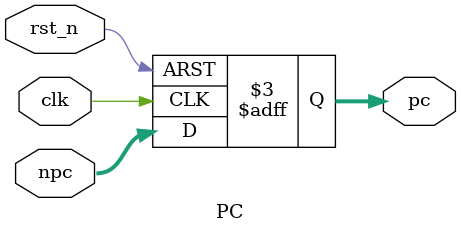
<source format=v>
module PC(
    input clk,
    input rst_n,
    input [31:0] npc,
    output reg [31:0] pc
);

always @(posedge clk or negedge rst_n) begin
    if (~rst_n) begin
        pc <= -4;
    end
    else begin
        pc <= npc;
    end
end

endmodule

</source>
